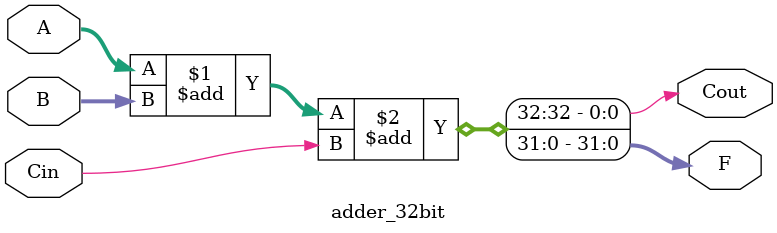
<source format=v>
module adder_32bit (
    input [31:0] A,    // 32-bit input A
    input [31:0] B,    // 32-bit input B
    input Cin,    // 1-bit carry input
    output [31:0] F, // 32-bit F output
    output Cout   // 1-bit carry output
);

assign {Cout, F} = A + B + Cin;

endmodule

</source>
